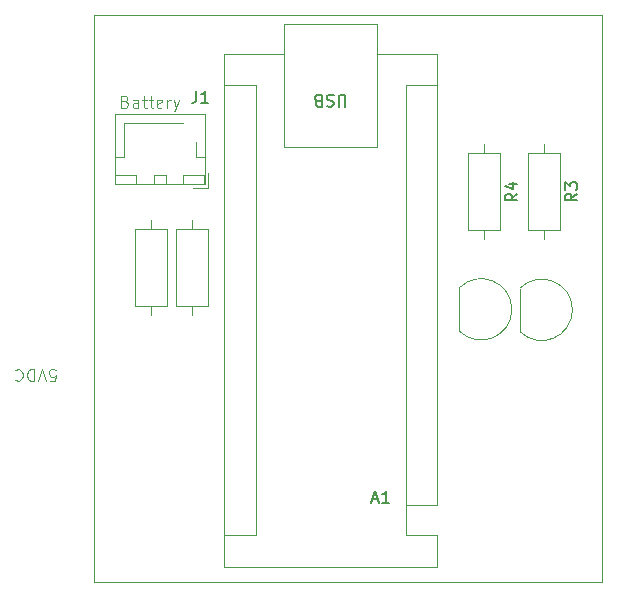
<source format=gbr>
%TF.GenerationSoftware,KiCad,Pcbnew,8.0.5*%
%TF.CreationDate,2025-02-08T21:47:33+08:00*%
%TF.ProjectId,arduino_solar_bikelight_1,61726475-696e-46f5-9f73-6f6c61725f62,rev?*%
%TF.SameCoordinates,Original*%
%TF.FileFunction,Legend,Top*%
%TF.FilePolarity,Positive*%
%FSLAX46Y46*%
G04 Gerber Fmt 4.6, Leading zero omitted, Abs format (unit mm)*
G04 Created by KiCad (PCBNEW 8.0.5) date 2025-02-08 21:47:33*
%MOMM*%
%LPD*%
G01*
G04 APERTURE LIST*
%ADD10C,0.100000*%
%ADD11C,0.150000*%
%ADD12C,0.120000*%
%TA.AperFunction,Profile*%
%ADD13C,0.050000*%
%TD*%
G04 APERTURE END LIST*
D10*
X144082217Y-65743609D02*
X144225074Y-65791228D01*
X144225074Y-65791228D02*
X144272693Y-65838847D01*
X144272693Y-65838847D02*
X144320312Y-65934085D01*
X144320312Y-65934085D02*
X144320312Y-66076942D01*
X144320312Y-66076942D02*
X144272693Y-66172180D01*
X144272693Y-66172180D02*
X144225074Y-66219800D01*
X144225074Y-66219800D02*
X144129836Y-66267419D01*
X144129836Y-66267419D02*
X143748884Y-66267419D01*
X143748884Y-66267419D02*
X143748884Y-65267419D01*
X143748884Y-65267419D02*
X144082217Y-65267419D01*
X144082217Y-65267419D02*
X144177455Y-65315038D01*
X144177455Y-65315038D02*
X144225074Y-65362657D01*
X144225074Y-65362657D02*
X144272693Y-65457895D01*
X144272693Y-65457895D02*
X144272693Y-65553133D01*
X144272693Y-65553133D02*
X144225074Y-65648371D01*
X144225074Y-65648371D02*
X144177455Y-65695990D01*
X144177455Y-65695990D02*
X144082217Y-65743609D01*
X144082217Y-65743609D02*
X143748884Y-65743609D01*
X145177455Y-66267419D02*
X145177455Y-65743609D01*
X145177455Y-65743609D02*
X145129836Y-65648371D01*
X145129836Y-65648371D02*
X145034598Y-65600752D01*
X145034598Y-65600752D02*
X144844122Y-65600752D01*
X144844122Y-65600752D02*
X144748884Y-65648371D01*
X145177455Y-66219800D02*
X145082217Y-66267419D01*
X145082217Y-66267419D02*
X144844122Y-66267419D01*
X144844122Y-66267419D02*
X144748884Y-66219800D01*
X144748884Y-66219800D02*
X144701265Y-66124561D01*
X144701265Y-66124561D02*
X144701265Y-66029323D01*
X144701265Y-66029323D02*
X144748884Y-65934085D01*
X144748884Y-65934085D02*
X144844122Y-65886466D01*
X144844122Y-65886466D02*
X145082217Y-65886466D01*
X145082217Y-65886466D02*
X145177455Y-65838847D01*
X145510789Y-65600752D02*
X145891741Y-65600752D01*
X145653646Y-65267419D02*
X145653646Y-66124561D01*
X145653646Y-66124561D02*
X145701265Y-66219800D01*
X145701265Y-66219800D02*
X145796503Y-66267419D01*
X145796503Y-66267419D02*
X145891741Y-66267419D01*
X146082218Y-65600752D02*
X146463170Y-65600752D01*
X146225075Y-65267419D02*
X146225075Y-66124561D01*
X146225075Y-66124561D02*
X146272694Y-66219800D01*
X146272694Y-66219800D02*
X146367932Y-66267419D01*
X146367932Y-66267419D02*
X146463170Y-66267419D01*
X147177456Y-66219800D02*
X147082218Y-66267419D01*
X147082218Y-66267419D02*
X146891742Y-66267419D01*
X146891742Y-66267419D02*
X146796504Y-66219800D01*
X146796504Y-66219800D02*
X146748885Y-66124561D01*
X146748885Y-66124561D02*
X146748885Y-65743609D01*
X146748885Y-65743609D02*
X146796504Y-65648371D01*
X146796504Y-65648371D02*
X146891742Y-65600752D01*
X146891742Y-65600752D02*
X147082218Y-65600752D01*
X147082218Y-65600752D02*
X147177456Y-65648371D01*
X147177456Y-65648371D02*
X147225075Y-65743609D01*
X147225075Y-65743609D02*
X147225075Y-65838847D01*
X147225075Y-65838847D02*
X146748885Y-65934085D01*
X147653647Y-66267419D02*
X147653647Y-65600752D01*
X147653647Y-65791228D02*
X147701266Y-65695990D01*
X147701266Y-65695990D02*
X147748885Y-65648371D01*
X147748885Y-65648371D02*
X147844123Y-65600752D01*
X147844123Y-65600752D02*
X147939361Y-65600752D01*
X148177457Y-65600752D02*
X148415552Y-66267419D01*
X148653647Y-65600752D02*
X148415552Y-66267419D01*
X148415552Y-66267419D02*
X148320314Y-66505514D01*
X148320314Y-66505514D02*
X148272695Y-66553133D01*
X148272695Y-66553133D02*
X148177457Y-66600752D01*
X137679925Y-89422580D02*
X138156115Y-89422580D01*
X138156115Y-89422580D02*
X138203734Y-88946390D01*
X138203734Y-88946390D02*
X138156115Y-88994009D01*
X138156115Y-88994009D02*
X138060877Y-89041628D01*
X138060877Y-89041628D02*
X137822782Y-89041628D01*
X137822782Y-89041628D02*
X137727544Y-88994009D01*
X137727544Y-88994009D02*
X137679925Y-88946390D01*
X137679925Y-88946390D02*
X137632306Y-88851152D01*
X137632306Y-88851152D02*
X137632306Y-88613057D01*
X137632306Y-88613057D02*
X137679925Y-88517819D01*
X137679925Y-88517819D02*
X137727544Y-88470200D01*
X137727544Y-88470200D02*
X137822782Y-88422580D01*
X137822782Y-88422580D02*
X138060877Y-88422580D01*
X138060877Y-88422580D02*
X138156115Y-88470200D01*
X138156115Y-88470200D02*
X138203734Y-88517819D01*
X137346591Y-89422580D02*
X137013258Y-88422580D01*
X137013258Y-88422580D02*
X136679925Y-89422580D01*
X136346591Y-88422580D02*
X136346591Y-89422580D01*
X136346591Y-89422580D02*
X136108496Y-89422580D01*
X136108496Y-89422580D02*
X135965639Y-89374961D01*
X135965639Y-89374961D02*
X135870401Y-89279723D01*
X135870401Y-89279723D02*
X135822782Y-89184485D01*
X135822782Y-89184485D02*
X135775163Y-88994009D01*
X135775163Y-88994009D02*
X135775163Y-88851152D01*
X135775163Y-88851152D02*
X135822782Y-88660676D01*
X135822782Y-88660676D02*
X135870401Y-88565438D01*
X135870401Y-88565438D02*
X135965639Y-88470200D01*
X135965639Y-88470200D02*
X136108496Y-88422580D01*
X136108496Y-88422580D02*
X136346591Y-88422580D01*
X134775163Y-88517819D02*
X134822782Y-88470200D01*
X134822782Y-88470200D02*
X134965639Y-88422580D01*
X134965639Y-88422580D02*
X135060877Y-88422580D01*
X135060877Y-88422580D02*
X135203734Y-88470200D01*
X135203734Y-88470200D02*
X135298972Y-88565438D01*
X135298972Y-88565438D02*
X135346591Y-88660676D01*
X135346591Y-88660676D02*
X135394210Y-88851152D01*
X135394210Y-88851152D02*
X135394210Y-88994009D01*
X135394210Y-88994009D02*
X135346591Y-89184485D01*
X135346591Y-89184485D02*
X135298972Y-89279723D01*
X135298972Y-89279723D02*
X135203734Y-89374961D01*
X135203734Y-89374961D02*
X135060877Y-89422580D01*
X135060877Y-89422580D02*
X134965639Y-89422580D01*
X134965639Y-89422580D02*
X134822782Y-89374961D01*
X134822782Y-89374961D02*
X134775163Y-89327342D01*
D11*
X150111666Y-64849819D02*
X150111666Y-65564104D01*
X150111666Y-65564104D02*
X150064047Y-65706961D01*
X150064047Y-65706961D02*
X149968809Y-65802200D01*
X149968809Y-65802200D02*
X149825952Y-65849819D01*
X149825952Y-65849819D02*
X149730714Y-65849819D01*
X151111666Y-65849819D02*
X150540238Y-65849819D01*
X150825952Y-65849819D02*
X150825952Y-64849819D01*
X150825952Y-64849819D02*
X150730714Y-64992676D01*
X150730714Y-64992676D02*
X150635476Y-65087914D01*
X150635476Y-65087914D02*
X150540238Y-65135533D01*
X165000714Y-99444104D02*
X165476904Y-99444104D01*
X164905476Y-99729819D02*
X165238809Y-98729819D01*
X165238809Y-98729819D02*
X165572142Y-99729819D01*
X166429285Y-99729819D02*
X165857857Y-99729819D01*
X166143571Y-99729819D02*
X166143571Y-98729819D01*
X166143571Y-98729819D02*
X166048333Y-98872676D01*
X166048333Y-98872676D02*
X165953095Y-98967914D01*
X165953095Y-98967914D02*
X165857857Y-99015533D01*
X162726904Y-66180180D02*
X162726904Y-65370657D01*
X162726904Y-65370657D02*
X162679285Y-65275419D01*
X162679285Y-65275419D02*
X162631666Y-65227800D01*
X162631666Y-65227800D02*
X162536428Y-65180180D01*
X162536428Y-65180180D02*
X162345952Y-65180180D01*
X162345952Y-65180180D02*
X162250714Y-65227800D01*
X162250714Y-65227800D02*
X162203095Y-65275419D01*
X162203095Y-65275419D02*
X162155476Y-65370657D01*
X162155476Y-65370657D02*
X162155476Y-66180180D01*
X161726904Y-65227800D02*
X161584047Y-65180180D01*
X161584047Y-65180180D02*
X161345952Y-65180180D01*
X161345952Y-65180180D02*
X161250714Y-65227800D01*
X161250714Y-65227800D02*
X161203095Y-65275419D01*
X161203095Y-65275419D02*
X161155476Y-65370657D01*
X161155476Y-65370657D02*
X161155476Y-65465895D01*
X161155476Y-65465895D02*
X161203095Y-65561133D01*
X161203095Y-65561133D02*
X161250714Y-65608752D01*
X161250714Y-65608752D02*
X161345952Y-65656371D01*
X161345952Y-65656371D02*
X161536428Y-65703990D01*
X161536428Y-65703990D02*
X161631666Y-65751609D01*
X161631666Y-65751609D02*
X161679285Y-65799228D01*
X161679285Y-65799228D02*
X161726904Y-65894466D01*
X161726904Y-65894466D02*
X161726904Y-65989704D01*
X161726904Y-65989704D02*
X161679285Y-66084942D01*
X161679285Y-66084942D02*
X161631666Y-66132561D01*
X161631666Y-66132561D02*
X161536428Y-66180180D01*
X161536428Y-66180180D02*
X161298333Y-66180180D01*
X161298333Y-66180180D02*
X161155476Y-66132561D01*
X160393571Y-65703990D02*
X160250714Y-65656371D01*
X160250714Y-65656371D02*
X160203095Y-65608752D01*
X160203095Y-65608752D02*
X160155476Y-65513514D01*
X160155476Y-65513514D02*
X160155476Y-65370657D01*
X160155476Y-65370657D02*
X160203095Y-65275419D01*
X160203095Y-65275419D02*
X160250714Y-65227800D01*
X160250714Y-65227800D02*
X160345952Y-65180180D01*
X160345952Y-65180180D02*
X160726904Y-65180180D01*
X160726904Y-65180180D02*
X160726904Y-66180180D01*
X160726904Y-66180180D02*
X160393571Y-66180180D01*
X160393571Y-66180180D02*
X160298333Y-66132561D01*
X160298333Y-66132561D02*
X160250714Y-66084942D01*
X160250714Y-66084942D02*
X160203095Y-65989704D01*
X160203095Y-65989704D02*
X160203095Y-65894466D01*
X160203095Y-65894466D02*
X160250714Y-65799228D01*
X160250714Y-65799228D02*
X160298333Y-65751609D01*
X160298333Y-65751609D02*
X160393571Y-65703990D01*
X160393571Y-65703990D02*
X160726904Y-65703990D01*
X182339819Y-73561666D02*
X181863628Y-73894999D01*
X182339819Y-74133094D02*
X181339819Y-74133094D01*
X181339819Y-74133094D02*
X181339819Y-73752142D01*
X181339819Y-73752142D02*
X181387438Y-73656904D01*
X181387438Y-73656904D02*
X181435057Y-73609285D01*
X181435057Y-73609285D02*
X181530295Y-73561666D01*
X181530295Y-73561666D02*
X181673152Y-73561666D01*
X181673152Y-73561666D02*
X181768390Y-73609285D01*
X181768390Y-73609285D02*
X181816009Y-73656904D01*
X181816009Y-73656904D02*
X181863628Y-73752142D01*
X181863628Y-73752142D02*
X181863628Y-74133094D01*
X181339819Y-73228332D02*
X181339819Y-72609285D01*
X181339819Y-72609285D02*
X181720771Y-72942618D01*
X181720771Y-72942618D02*
X181720771Y-72799761D01*
X181720771Y-72799761D02*
X181768390Y-72704523D01*
X181768390Y-72704523D02*
X181816009Y-72656904D01*
X181816009Y-72656904D02*
X181911247Y-72609285D01*
X181911247Y-72609285D02*
X182149342Y-72609285D01*
X182149342Y-72609285D02*
X182244580Y-72656904D01*
X182244580Y-72656904D02*
X182292200Y-72704523D01*
X182292200Y-72704523D02*
X182339819Y-72799761D01*
X182339819Y-72799761D02*
X182339819Y-73085475D01*
X182339819Y-73085475D02*
X182292200Y-73180713D01*
X182292200Y-73180713D02*
X182244580Y-73228332D01*
X177269819Y-73561666D02*
X176793628Y-73894999D01*
X177269819Y-74133094D02*
X176269819Y-74133094D01*
X176269819Y-74133094D02*
X176269819Y-73752142D01*
X176269819Y-73752142D02*
X176317438Y-73656904D01*
X176317438Y-73656904D02*
X176365057Y-73609285D01*
X176365057Y-73609285D02*
X176460295Y-73561666D01*
X176460295Y-73561666D02*
X176603152Y-73561666D01*
X176603152Y-73561666D02*
X176698390Y-73609285D01*
X176698390Y-73609285D02*
X176746009Y-73656904D01*
X176746009Y-73656904D02*
X176793628Y-73752142D01*
X176793628Y-73752142D02*
X176793628Y-74133094D01*
X176603152Y-72704523D02*
X177269819Y-72704523D01*
X176222200Y-72942618D02*
X176936485Y-73180713D01*
X176936485Y-73180713D02*
X176936485Y-72561666D01*
D12*
%TO.C,J1*%
X151095000Y-73045000D02*
X151095000Y-71795000D01*
X150805000Y-72755000D02*
X150805000Y-66785000D01*
X150805000Y-66785000D02*
X143185000Y-66785000D01*
X150795000Y-72745000D02*
X150795000Y-71995000D01*
X150795000Y-71995000D02*
X148995000Y-71995000D01*
X150795000Y-70495000D02*
X150045000Y-70495000D01*
X150045000Y-70495000D02*
X150045000Y-69155000D01*
X149845000Y-73045000D02*
X151095000Y-73045000D01*
X148995000Y-72745000D02*
X150795000Y-72745000D01*
X148995000Y-71995000D02*
X148995000Y-72745000D01*
X147495000Y-72745000D02*
X147495000Y-71995000D01*
X147495000Y-71995000D02*
X146495000Y-71995000D01*
X146995000Y-67545000D02*
X148985000Y-67545000D01*
X146495000Y-72745000D02*
X147495000Y-72745000D01*
X146495000Y-71995000D02*
X146495000Y-72745000D01*
X144995000Y-72745000D02*
X144995000Y-71995000D01*
X144995000Y-71995000D02*
X143195000Y-71995000D01*
X143945000Y-70495000D02*
X143945000Y-67545000D01*
X143945000Y-67545000D02*
X146995000Y-67545000D01*
X143195000Y-72745000D02*
X144995000Y-72745000D01*
X143195000Y-71995000D02*
X143195000Y-72745000D01*
X143195000Y-70495000D02*
X143945000Y-70495000D01*
X143185000Y-72755000D02*
X150805000Y-72755000D01*
X143185000Y-66785000D02*
X143185000Y-72755000D01*
%TO.C,R1*%
X148375000Y-76525000D02*
X148375000Y-83065000D01*
X148375000Y-83065000D02*
X151115000Y-83065000D01*
X149745000Y-75755000D02*
X149745000Y-76525000D01*
X149745000Y-83835000D02*
X149745000Y-83065000D01*
X151115000Y-76525000D02*
X148375000Y-76525000D01*
X151115000Y-83065000D02*
X151115000Y-76525000D01*
%TO.C,R2*%
X147615000Y-83065000D02*
X147615000Y-76525000D01*
X147615000Y-76525000D02*
X144875000Y-76525000D01*
X146245000Y-83835000D02*
X146245000Y-83065000D01*
X146245000Y-75755000D02*
X146245000Y-76525000D01*
X144875000Y-83065000D02*
X147615000Y-83065000D01*
X144875000Y-76525000D02*
X144875000Y-83065000D01*
%TO.C,A1*%
X170485000Y-105135000D02*
X170485000Y-102465000D01*
X170485000Y-99925000D02*
X170485000Y-61695000D01*
X170485000Y-61695000D02*
X165405000Y-61695000D01*
X167815000Y-102465000D02*
X170485000Y-102465000D01*
X167815000Y-99925000D02*
X170485000Y-99925000D01*
X167815000Y-99925000D02*
X167815000Y-102465000D01*
X167815000Y-99925000D02*
X167815000Y-64365000D01*
X167815000Y-64365000D02*
X170485000Y-64365000D01*
X165405000Y-69575000D02*
X157525000Y-69575000D01*
X165405000Y-59155000D02*
X165405000Y-69575000D01*
X157525000Y-69575000D02*
X157525000Y-59155000D01*
X157525000Y-59155000D02*
X165405000Y-59155000D01*
X155115000Y-102465000D02*
X155115000Y-64365000D01*
X155115000Y-102465000D02*
X152445000Y-102465000D01*
X155115000Y-64365000D02*
X152445000Y-64365000D01*
X152445000Y-105135000D02*
X170485000Y-105135000D01*
X152445000Y-61695000D02*
X157525000Y-61695000D01*
X152445000Y-61695000D02*
X152445000Y-105135000D01*
%TO.C,Q2*%
X172365000Y-81555000D02*
X172365000Y-85155000D01*
X176815000Y-83355000D02*
G75*
G02*
X172376522Y-85193478I-2600000J0D01*
G01*
X172376522Y-81516522D02*
G75*
G02*
X176815001Y-83355000I1838478J-1838478D01*
G01*
%TO.C,Q1*%
X177495000Y-81595000D02*
X177495000Y-85195000D01*
X181945000Y-83395000D02*
G75*
G02*
X177506522Y-85233478I-2600000J0D01*
G01*
X177506522Y-81556522D02*
G75*
G02*
X181945001Y-83395000I1838478J-1838478D01*
G01*
%TO.C,R3*%
X178145000Y-70125000D02*
X178145000Y-76665000D01*
X178145000Y-76665000D02*
X180885000Y-76665000D01*
X179515000Y-69355000D02*
X179515000Y-70125000D01*
X179515000Y-77435000D02*
X179515000Y-76665000D01*
X180885000Y-70125000D02*
X178145000Y-70125000D01*
X180885000Y-76665000D02*
X180885000Y-70125000D01*
%TO.C,R4*%
X173075000Y-70125000D02*
X173075000Y-76665000D01*
X173075000Y-76665000D02*
X175815000Y-76665000D01*
X174445000Y-69355000D02*
X174445000Y-70125000D01*
X174445000Y-77435000D02*
X174445000Y-76665000D01*
X175815000Y-70125000D02*
X173075000Y-70125000D01*
X175815000Y-76665000D02*
X175815000Y-70125000D01*
%TD*%
D13*
X141445000Y-58395000D02*
X184445000Y-58395000D01*
X184445000Y-106395000D01*
X141445000Y-106395000D01*
X141445000Y-58395000D01*
M02*

</source>
